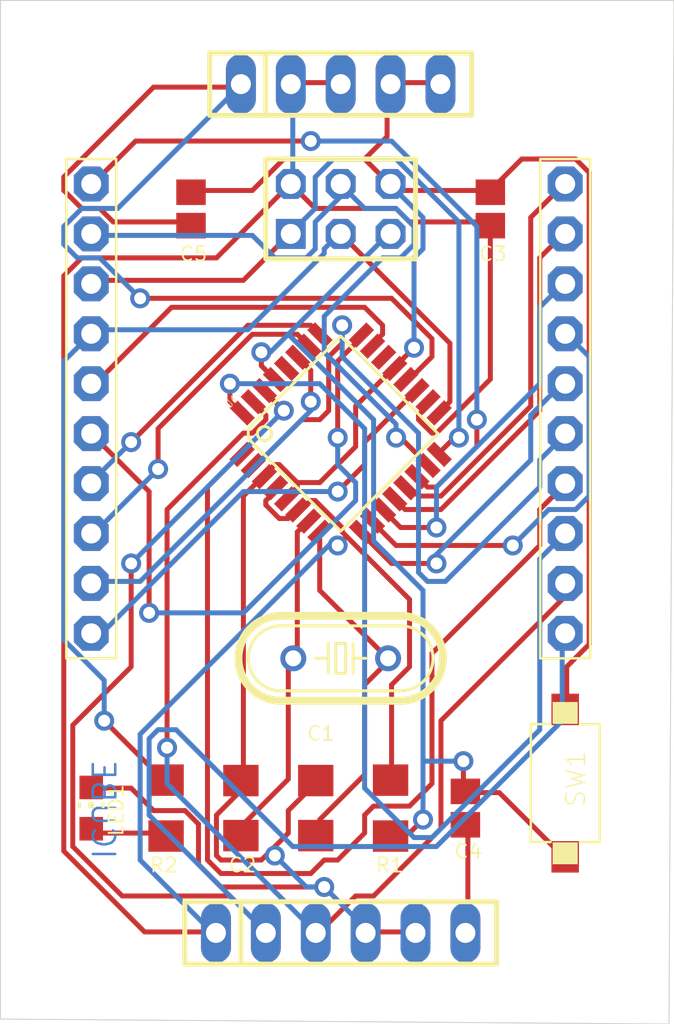
<source format=kicad_pcb>
(kicad_pcb (version 20211014) (generator pcbnew)
  (layers (0 "F.Cu" signal) (31 "B.Cu" signal) (34 "B.Paste" user) (35 "F.Paste" user) (36 "B.SilkS" user "B.Silkscreen") (37 "F.SilkS" user "F.Silkscreen") (38 "B.Mask" user) (39 "F.Mask" user) (44 "Edge.Cuts" user))
  (net 0 "")
  (net 1 "A0")
  (net 2 "A1")
  (net 3 "A2")
  (net 4 "A3")
  (net 5 "A4")
  (net 6 "A5")
  (net 7 "A6")
  (net 8 "A7")
  (net 9 "D0")
  (net 10 "D1")
  (net 11 "D2")
  (net 12 "D3")
  (net 13 "D4")
  (net 14 "D5")
  (net 15 "D6")
  (net 16 "D7")
  (net 17 "D8")
  (net 18 "D9")
  (net 19 "D10")
  (net 20 "D11")
  (net 21 "D12")
  (net 22 "D13")
  (net 23 "N$43")
  (net 24 "N$44")
  (net 25 "GND")
  (net 26 "VCC")
  (net 27 "RST")
  (net 28 "AREF")
  (net 29 "N$50")
  (net 30 "N$6")
  (footprint "TQFP32-08" (layer "F.Cu") (at 149.1461 101.0286 45)
    (fp_text reference "U1")
    (fp_text value "ATMEGA328")
  )
  (footprint "C0805" (layer "F.Cu") (at 156.7661 89.5986 90)
    (fp_text reference "C3")
    (fp_text value "0.1uF" hide)
  )
  (footprint "AVR-ISP-6" (layer "F.Cu") (at 149.1461 89.5986)
    (fp_text reference "JP1" hide)
    (fp_text value "AVR-ISP-6" hide)
  )
  (footprint "C0805" (layer "F.Cu") (at 155.4961 120.0786 90)
    (fp_text reference "C4")
    (fp_text value "0.1uF" hide)
  )
  (footprint "SIP-100-6V" (layer "F.Cu") (at 149.1461 126.4286)
    (fp_text reference "CN1" hide)
    (fp_text value "")
  )
  (footprint "C1206" (layer "F.Cu") (at 144.0661 120.0786 90)
    (fp_text reference "C2")
    (fp_text value "22pF" hide)
  )
  (footprint "SIP-100-5V" (layer "F.Cu") (at 149.1461 83.2486)
    (fp_text reference "CN2" hide)
    (fp_text value "")
  )
  (footprint "C1206" (layer "F.Cu") (at 147.8761 120.0786 90)
    (fp_text reference "C1")
    (fp_text value "22pF" hide)
  )
  (footprint "1X10-BIG" (layer "F.Cu") (at 160.5761 99.7586 90)
    (fp_text reference "U$1" hide)
    (fp_text value "PINHD-1X10" hide)
  )
  (footprint "1X10-BIG" (layer "F.Cu") (at 136.4461 99.7586 -90)
    (fp_text reference "U$2" hide)
    (fp_text value "PINHD-1X10" hide)
  )
  (footprint "R1206" (layer "F.Cu") (at 151.6861 120.0786 90)
    (fp_text reference "R1")
    (fp_text value "10K" hide)
  )
  (footprint "C0805" (layer "F.Cu") (at 141.5261 89.5986 90)
    (fp_text reference "C5")
    (fp_text value "0.1uF" hide)
  )
  (footprint "R1206" (layer "F.Cu") (at 140.2561 120.0786 90)
    (fp_text reference "R2")
    (fp_text value "1K" hide)
  )
  (footprint "CHIP-LED0805" (layer "F.Cu") (at 136.4461 120.0786)
    (fp_text reference "LED1")
    (fp_text value "Yellow" hide)
  )
  (footprint "HC49_S" (layer "F.Cu") (at 149.1461 112.4586 180)
    (fp_text reference "Q1" hide)
    (fp_text value "16MHz" hide)
  )
  (footprint "KSS-2EG4430" (layer "F.Cu") (at 160.5761 118.8086 -90)
    (fp_text reference "SW1")
    (fp_text value "KSS-2EG4430" hide)
  )
  (gr_line (start 131.826 130.81) (end 165.862 131.064) (layer "Edge.Cuts") (width 0.05))
  (gr_line (start 131.826 78.994) (end 131.826 79.502) (layer "Edge.Cuts") (width 0.05))
  (gr_line (start 166.116 78.994) (end 131.826 78.994) (layer "Edge.Cuts") (width 0.05))
  (gr_line (start 131.826 79.248) (end 131.826 130.81) (layer "Edge.Cuts") (width 0.05))
  (gr_line (start 165.862 131.064) (end 166.116 78.994) (layer "Edge.Cuts") (width 0.05))
  (gr_text "ICUBE" (at 137.7161 117.5386 -90) (layer "B.Cu") (effects (font (size 1.143 1.143) (thickness 0.127)) (justify right top mirror)))
  (segment (start 150.3653 94.6024) (end 151.2797 95.5168) (width 0.254) (layer "F.Cu") (net 1))
  (segment (start 140.5355 94.6024) (end 150.3653 94.6024) (width 0.254) (layer "F.Cu") (net 1))
  (segment (start 151.2797 95.5168) (end 151.2797 95.974) (width 0.254) (layer "F.Cu") (net 1))
  (segment (start 136.6493 98.4886) (end 136.4461 98.4886) (width 0.254) (layer "F.Cu") (net 1))
  (segment (start 151.2797 95.974) (end 150.8225 96.4312) (width 0.254) (layer "F.Cu") (net 1))
  (segment (start 136.6493 98.4886) (end 140.5355 94.6024) (width 0.254) (layer "F.Cu") (net 1))
  (segment (start 150.8225 96.4312) (end 150.767212 96.579063) (width 0.254) (layer "F.Cu") (net 1))
  (segment (start 136.4461 101.0286) (end 139.3925 103.975) (width 0.254) (layer "F.Cu") (net 2))
  (segment (start 148.9937 97.3456) (end 150.1367 96.2026) (width 0.254) (layer "F.Cu") (net 2))
  (segment (start 148.9937 101.2318) (end 148.9937 97.3456) (width 0.254) (layer "F.Cu") (net 2))
  (segment (start 150.1367 96.2026) (end 150.201525 96.013375) (width 0.254) (layer "F.Cu") (net 2))
  (segment (start 139.3925 103.975) (end 139.3925 110.1472) (width 0.254) (layer "F.Cu") (net 2))
  (via (at 139.3925 110.1472) (size 1.016) (drill 0.6096) (layers "F.Cu" "B.Cu") (net 2))
  (via (at 148.9937 101.2318) (size 1.016) (drill 0.6096) (layers "F.Cu" "B.Cu") (net 2))
  (segment (start 139.3925 110.1472) (end 144.1931 110.1472) (width 0.254) (layer "B.Cu") (net 2))
  (segment (start 144.1931 110.1472) (end 149.9081 104.4322) (width 0.254) (layer "B.Cu") (net 2))
  (segment (start 149.9081 104.4322) (end 149.9081 103.5178) (width 0.254) (layer "B.Cu") (net 2))
  (segment (start 149.9081 103.5178) (end 148.9937 102.6034) (width 0.254) (layer "B.Cu") (net 2))
  (segment (start 148.9937 102.6034) (end 148.9937 101.2318) (width 0.254) (layer "B.Cu") (net 2))
  (segment (start 147.6221 95.5168) (end 148.0793 95.974) (width 0.254) (layer "F.Cu") (net 3))
  (segment (start 138.4781 101.4604) (end 144.4217 95.5168) (width 0.254) (layer "F.Cu") (net 3))
  (segment (start 144.4217 95.5168) (end 147.6221 95.5168) (width 0.254) (layer "F.Cu") (net 3))
  (segment (start 148.0793 95.974) (end 148.090671 96.013375) (width 0.254) (layer "F.Cu") (net 3))
  (via (at 138.4781 101.4604) (size 1.016) (drill 0.6096) (layers "F.Cu" "B.Cu") (net 3))
  (segment (start 136.4207 103.5178) (end 136.4461 103.5686) (width 0.254) (layer "B.Cu") (net 3))
  (segment (start 136.4207 103.5178) (end 138.4781 101.4604) (width 0.254) (layer "B.Cu") (net 3))
  (segment (start 147.3935 96.4312) (end 147.524984 96.579063) (width 0.254) (layer "F.Cu") (net 4))
  (segment (start 146.9363 95.974) (end 147.3935 96.4312) (width 0.254) (layer "F.Cu") (net 4))
  (segment (start 139.8497 102.832) (end 139.8497 100.7746) (width 0.254) (layer "F.Cu") (net 4))
  (segment (start 144.6503 95.974) (end 146.9363 95.974) (width 0.254) (layer "F.Cu") (net 4))
  (segment (start 139.8497 100.7746) (end 144.6503 95.974) (width 0.254) (layer "F.Cu") (net 4))
  (via (at 139.8497 102.832) (size 1.016) (drill 0.6096) (layers "F.Cu" "B.Cu") (net 4))
  (segment (start 136.6493 106.0324) (end 139.8497 102.832) (width 0.254) (layer "B.Cu") (net 4))
  (segment (start 136.6493 106.0324) (end 136.4461 106.1086) (width 0.254) (layer "B.Cu") (net 4))
  (segment (start 147.6221 99.403) (end 147.6221 97.8028) (width 0.254) (layer "F.Cu") (net 5))
  (segment (start 147.6221 97.8028) (end 147.1649 97.3456) (width 0.254) (layer "F.Cu") (net 5))
  (segment (start 147.1649 97.3456) (end 146.9593 97.144747) (width 0.254) (layer "F.Cu") (net 5))
  (via (at 147.6221 99.403) (size 1.016) (drill 0.6096) (layers "F.Cu" "B.Cu") (net 5))
  (segment (start 138.9353 108.547) (end 147.6221 99.8602) (width 0.254) (layer "B.Cu") (net 5))
  (segment (start 136.6493 108.547) (end 138.9353 108.547) (width 0.254) (layer "B.Cu") (net 5))
  (segment (start 147.6221 99.8602) (end 147.6221 99.403) (width 0.254) (layer "B.Cu") (net 5))
  (segment (start 136.6493 108.547) (end 136.4461 108.6486) (width 0.254) (layer "B.Cu") (net 5))
  (segment (start 152.8799 98.9458) (end 153.029953 98.841804) (width 0.254) (layer "F.Cu") (net 6))
  (segment (start 148.9937 103.975) (end 150.3653 102.6034) (width 0.254) (layer "F.Cu") (net 6))
  (segment (start 150.3653 102.6034) (end 150.3653 101.4604) (width 0.254) (layer "F.Cu") (net 6))
  (segment (start 150.3653 101.4604) (end 152.8799 98.9458) (width 0.254) (layer "F.Cu") (net 6))
  (via (at 148.9937 103.975) (size 1.016) (drill 0.6096) (layers "F.Cu" "B.Cu") (net 6))
  (segment (start 136.6493 111.0616) (end 136.4461 111.1886) (width 0.254) (layer "B.Cu") (net 6))
  (segment (start 137.1065 111.0616) (end 144.1931 103.975) (width 0.254) (layer "B.Cu") (net 6))
  (segment (start 144.1931 103.975) (end 148.9937 103.975) (width 0.254) (layer "B.Cu") (net 6))
  (segment (start 136.6493 111.0616) (end 137.1065 111.0616) (width 0.254) (layer "B.Cu") (net 6))
  (segment (start 146.2505 99.8602) (end 145.3361 98.9458) (width 0.254) (layer "F.Cu") (net 9))
  (segment (start 145.3361 98.9458) (end 145.262243 98.841804) (width 0.254) (layer "F.Cu") (net 9))
  (segment (start 145.3361 126.3778) (end 143.5073 124.549) (width 0.254) (layer "F.Cu") (net 9))
  (segment (start 138.0209 124.549) (end 135.5063 122.0344) (width 0.254) (layer "F.Cu") (net 9))
  (segment (start 145.3361 126.3778) (end 145.3361 126.4286) (width 0.254) (layer "F.Cu") (net 9))
  (segment (start 138.4781 112.8904) (end 138.4781 107.6326) (width 0.254) (layer "F.Cu") (net 9))
  (segment (start 135.5063 122.0344) (end 135.5063 115.8622) (width 0.254) (layer "F.Cu") (net 9))
  (segment (start 143.5073 124.549) (end 138.0209 124.549) (width 0.254) (layer "F.Cu") (net 9))
  (segment (start 135.5063 115.8622) (end 138.4781 112.8904) (width 0.254) (layer "F.Cu") (net 9))
  (via (at 138.4781 107.6326) (size 1.016) (drill 0.6096) (layers "F.Cu" "B.Cu") (net 9))
  (via (at 146.2505 99.8602) (size 1.016) (drill 0.6096) (layers "F.Cu" "B.Cu") (net 9))
  (segment (start 154.0229 122.0344) (end 160.4237 115.6336) (width 0.254) (layer "B.Cu") (net 9))
  (segment (start 139.8497 116.0908) (end 140.7641 116.0908) (width 0.254) (layer "B.Cu") (net 9))
  (segment (start 139.3925 120.4342) (end 139.3925 116.548) (width 0.254) (layer "B.Cu") (net 9))
  (segment (start 139.3925 116.548) (end 139.8497 116.0908) (width 0.254) (layer "B.Cu") (net 9))
  (segment (start 145.3361 126.3778) (end 139.3925 120.4342) (width 0.254) (layer "B.Cu") (net 9))
  (segment (start 145.3361 126.3778) (end 145.3361 126.4286) (width 0.254) (layer "B.Cu") (net 9))
  (segment (start 140.7641 116.0908) (end 146.7077 122.0344) (width 0.254) (layer "B.Cu") (net 9))
  (segment (start 160.4237 111.2902) (end 160.5761 111.1886) (width 0.254) (layer "B.Cu") (net 9))
  (segment (start 160.4237 115.6336) (end 160.4237 111.2902) (width 0.254) (layer "B.Cu") (net 9))
  (segment (start 146.7077 122.0344) (end 154.0229 122.0344) (width 0.254) (layer "B.Cu") (net 9))
  (segment (start 138.4781 107.6326) (end 146.2505 99.8602) (width 0.254) (layer "B.Cu") (net 9))
  (segment (start 144.6503 101.0032) (end 145.3361 100.3174) (width 0.254) (layer "F.Cu") (net 10))
  (segment (start 145.3361 100.0888) (end 144.8789 99.6316) (width 0.254) (layer "F.Cu") (net 10))
  (segment (start 148.0793 126.3778) (end 149.9081 124.549) (width 0.254) (layer "F.Cu") (net 10))
  (segment (start 149.9081 124.549) (end 150.8225 124.549) (width 0.254) (layer "F.Cu") (net 10))
  (segment (start 140.3069 104.8894) (end 144.1931 101.0032) (width 0.254) (layer "F.Cu") (net 10))
  (segment (start 145.3361 100.3174) (end 145.3361 100.0888) (width 0.254) (layer "F.Cu") (net 10))
  (segment (start 140.3069 117.0052) (end 140.3069 104.8894) (width 0.254) (layer "F.Cu") (net 10))
  (segment (start 144.1931 101.0032) (end 144.6503 101.0032) (width 0.254) (layer "F.Cu") (net 10))
  (segment (start 154.2515 115.6336) (end 160.4237 109.4614) (width 0.254) (layer "F.Cu") (net 10))
  (segment (start 144.8789 99.6316) (end 144.696559 99.407488) (width 0.254) (layer "F.Cu") (net 10))
  (segment (start 148.0793 126.3778) (end 147.8761 126.4286) (width 0.254) (layer "F.Cu") (net 10))
  (segment (start 154.2515 121.12) (end 154.2515 115.6336) (width 0.254) (layer "F.Cu") (net 10))
  (segment (start 150.8225 124.549) (end 154.2515 121.12) (width 0.254) (layer "F.Cu") (net 10))
  (segment (start 160.4237 108.7756) (end 160.5761 108.6486) (width 0.254) (layer "F.Cu") (net 10))
  (segment (start 160.4237 109.4614) (end 160.4237 108.7756) (width 0.254) (layer "F.Cu") (net 10))
  (via (at 140.3069 117.0052) (size 1.016) (drill 0.6096) (layers "F.Cu" "B.Cu") (net 10))
  (segment (start 140.3069 118.834) (end 140.3069 117.0052) (width 0.254) (layer "B.Cu") (net 10))
  (segment (start 147.8507 126.3778) (end 140.3069 118.834) (width 0.254) (layer "B.Cu") (net 10))
  (segment (start 147.8507 126.3778) (end 147.8761 126.4286) (width 0.254) (layer "B.Cu") (net 10))
  (segment (start 143.9645 99.8602) (end 144.130871 99.973175) (width 0.254) (layer "F.Cu") (net 11))
  (segment (start 143.5073 98.4886) (end 143.5073 99.403) (width 0.254) (layer "F.Cu") (net 11))
  (segment (start 143.5073 99.403) (end 143.9645 99.8602) (width 0.254) (layer "F.Cu") (net 11))
  (via (at 143.5073 98.4886) (size 1.016) (drill 0.6096) (layers "F.Cu" "B.Cu") (net 11))
  (segment (start 153.7943 121.5772) (end 152.8799 121.5772) (width 0.254) (layer "B.Cu") (net 11))
  (segment (start 159.2807 107.404) (end 159.2807 116.0908) (width 0.254) (layer "B.Cu") (net 11))
  (segment (start 159.2807 116.0908) (end 153.7943 121.5772) (width 0.254) (layer "B.Cu") (net 11))
  (segment (start 160.5761 106.1086) (end 159.2807 107.404) (width 0.254) (layer "B.Cu") (net 11))
  (segment (start 150.3653 119.0626) (end 150.3653 100.7746) (width 0.254) (layer "B.Cu") (net 11))
  (segment (start 152.8799 121.5772) (end 150.3653 119.0626) (width 0.254) (layer "B.Cu") (net 11))
  (segment (start 148.0793 98.4886) (end 143.5073 98.4886) (width 0.254) (layer "B.Cu") (net 11))
  (segment (start 150.3653 100.7746) (end 148.0793 98.4886) (width 0.254) (layer "B.Cu") (net 11))
  (segment (start 159.2807 104.8894) (end 159.2807 106.7182) (width 0.254) (layer "F.Cu") (net 12))
  (segment (start 160.4237 103.7464) (end 159.2807 104.8894) (width 0.254) (layer "F.Cu") (net 12))
  (segment (start 159.2807 106.7182) (end 153.7943 112.2046) (width 0.254) (layer "F.Cu") (net 12))
  (segment (start 160.4237 103.7464) (end 160.5761 103.5686) (width 0.254) (layer "F.Cu") (net 12))
  (segment (start 147.6221 123.406) (end 143.0501 123.406) (width 0.254) (layer "F.Cu") (net 12))
  (segment (start 150.3653 120.4342) (end 150.3653 121.3486) (width 0.254) (layer "F.Cu") (net 12))
  (segment (start 152.6513 119.977) (end 150.8225 119.977) (width 0.254) (layer "F.Cu") (net 12))
  (segment (start 153.7943 112.2046) (end 153.7943 118.834) (width 0.254) (layer "F.Cu") (net 12))
  (segment (start 142.3643 103.7464) (end 143.9645 102.1462) (width 0.254) (layer "F.Cu") (net 12))
  (segment (start 150.3653 121.3486) (end 148.9937 122.7202) (width 0.254) (layer "F.Cu") (net 12))
  (segment (start 148.9937 122.7202) (end 148.3079 122.7202) (width 0.254) (layer "F.Cu") (net 12))
  (segment (start 148.3079 122.7202) (end 147.6221 123.406) (width 0.254) (layer "F.Cu") (net 12))
  (segment (start 143.0501 123.406) (end 142.3643 122.7202) (width 0.254) (layer "F.Cu") (net 12))
  (segment (start 150.8225 119.977) (end 150.3653 120.4342) (width 0.254) (layer "F.Cu") (net 12))
  (segment (start 153.7943 118.834) (end 152.6513 119.977) (width 0.254) (layer "F.Cu") (net 12))
  (segment (start 142.3643 122.7202) (end 142.3643 103.7464) (width 0.254) (layer "F.Cu") (net 12))
  (segment (start 143.9645 102.1462) (end 144.130871 102.084029) (width 0.254) (layer "F.Cu") (net 12))
  (segment (start 149.2223 96.4312) (end 148.5365 97.117) (width 0.254) (layer "F.Cu") (net 13))
  (segment (start 148.0793 100.3174) (end 147.1649 100.3174) (width 0.254) (layer "F.Cu") (net 13))
  (segment (start 148.5365 97.117) (end 148.5365 99.8602) (width 0.254) (layer "F.Cu") (net 13))
  (segment (start 144.8789 102.6034) (end 144.696559 102.649716) (width 0.254) (layer "F.Cu") (net 13))
  (segment (start 147.1649 100.3174) (end 144.8789 102.6034) (width 0.254) (layer "F.Cu") (net 13))
  (segment (start 148.5365 99.8602) (end 148.0793 100.3174) (width 0.254) (layer "F.Cu") (net 13))
  (segment (start 149.2223 95.5168) (end 149.2223 96.4312) (width 0.254) (layer "F.Cu") (net 13))
  (via (at 149.2223 95.5168) (size 1.016) (drill 0.6096) (layers "F.Cu" "B.Cu") (net 13))
  (segment (start 154.4801 108.547) (end 153.5657 108.547) (width 0.254) (layer "B.Cu") (net 13))
  (segment (start 153.1085 108.0898) (end 153.1085 101.0032) (width 0.254) (layer "B.Cu") (net 13))
  (segment (start 149.2223 97.117) (end 149.2223 95.5168) (width 0.254) (layer "B.Cu") (net 13))
  (segment (start 153.1085 101.0032) (end 149.2223 97.117) (width 0.254) (layer "B.Cu") (net 13))
  (segment (start 159.2807 103.7464) (end 154.4801 108.547) (width 0.254) (layer "B.Cu") (net 13))
  (segment (start 153.5657 108.547) (end 153.1085 108.0898) (width 0.254) (layer "B.Cu") (net 13))
  (segment (start 159.2807 102.3748) (end 159.2807 103.7464) (width 0.254) (layer "B.Cu") (net 13))
  (segment (start 160.4237 101.2318) (end 160.5761 101.0286) (width 0.254) (layer "B.Cu") (net 13))
  (segment (start 160.4237 101.2318) (end 159.2807 102.3748) (width 0.254) (layer "B.Cu") (net 13))
  (segment (start 151.7369 107.6326) (end 150.3653 106.261) (width 0.254) (layer "F.Cu") (net 14))
  (segment (start 154.0229 107.6326) (end 151.7369 107.6326) (width 0.254) (layer "F.Cu") (net 14))
  (segment (start 150.3653 106.261) (end 150.201525 106.043829) (width 0.254) (layer "F.Cu") (net 14))
  (via (at 154.0229 107.6326) (size 1.016) (drill 0.6096) (layers "F.Cu" "B.Cu") (net 14))
  (segment (start 160.4237 98.4886) (end 160.5761 98.4886) (width 0.254) (layer "B.Cu") (net 14))
  (segment (start 154.0229 107.1754) (end 154.0229 107.6326) (width 0.254) (layer "B.Cu") (net 14))
  (segment (start 160.4237 98.4886) (end 158.8235 100.0888) (width 0.254) (layer "B.Cu") (net 14))
  (segment (start 158.8235 100.0888) (end 158.8235 102.3748) (width 0.254) (layer "B.Cu") (net 14))
  (segment (start 158.8235 102.3748) (end 154.0229 107.1754) (width 0.254) (layer "B.Cu") (net 14))
  (segment (start 150.8225 105.5752) (end 150.767212 105.478141) (width 0.254) (layer "F.Cu") (net 15))
  (segment (start 151.9655 106.7182) (end 150.8225 105.5752) (width 0.254) (layer "F.Cu") (net 15))
  (segment (start 157.9091 106.7182) (end 151.9655 106.7182) (width 0.254) (layer "F.Cu") (net 15))
  (via (at 157.9091 106.7182) (size 1.016) (drill 0.6096) (layers "F.Cu" "B.Cu") (net 15))
  (segment (start 160.6523 95.974) (end 161.7953 97.117) (width 0.254) (layer "B.Cu") (net 15))
  (segment (start 160.6523 95.974) (end 160.5761 95.9486) (width 0.254) (layer "B.Cu") (net 15))
  (segment (start 159.7379 104.8894) (end 157.9091 106.7182) (width 0.254) (layer "B.Cu") (net 15))
  (segment (start 161.7953 104.2036) (end 161.1095 104.8894) (width 0.254) (layer "B.Cu") (net 15))
  (segment (start 161.1095 104.8894) (end 159.7379 104.8894) (width 0.254) (layer "B.Cu") (net 15))
  (segment (start 161.7953 97.117) (end 161.7953 104.2036) (width 0.254) (layer "B.Cu") (net 15))
  (segment (start 152.1941 105.8038) (end 151.5083 105.118) (width 0.254) (layer "F.Cu") (net 16))
  (segment (start 154.0229 105.8038) (end 152.1941 105.8038) (width 0.254) (layer "F.Cu") (net 16))
  (segment (start 151.5083 105.118) (end 151.332896 104.912457) (width 0.254) (layer "F.Cu") (net 16))
  (via (at 154.0229 105.8038) (size 1.016) (drill 0.6096) (layers "F.Cu" "B.Cu") (net 16))
  (segment (start 159.2807 94.6024) (end 159.2807 98.4886) (width 0.254) (layer "B.Cu") (net 16))
  (segment (start 154.0229 103.7464) (end 154.0229 105.8038) (width 0.254) (layer "B.Cu") (net 16))
  (segment (start 159.2807 98.4886) (end 154.0229 103.7464) (width 0.254) (layer "B.Cu") (net 16))
  (segment (start 160.4237 93.4594) (end 159.2807 94.6024) (width 0.254) (layer "B.Cu") (net 16))
  (segment (start 160.4237 93.4594) (end 160.5761 93.4086) (width 0.254) (layer "B.Cu") (net 16))
  (segment (start 159.2807 99.8602) (end 154.2515 104.8894) (width 0.254) (layer "F.Cu") (net 17))
  (segment (start 160.4237 90.9448) (end 160.5761 90.8686) (width 0.254) (layer "F.Cu") (net 17))
  (segment (start 159.2807 92.0878) (end 159.2807 99.8602) (width 0.254) (layer "F.Cu") (net 17))
  (segment (start 152.4227 104.8894) (end 151.9655 104.4322) (width 0.254) (layer "F.Cu") (net 17))
  (segment (start 160.4237 90.9448) (end 159.2807 92.0878) (width 0.254) (layer "F.Cu") (net 17))
  (segment (start 154.2515 104.8894) (end 152.4227 104.8894) (width 0.254) (layer "F.Cu") (net 17))
  (segment (start 151.9655 104.4322) (end 151.898581 104.346772) (width 0.254) (layer "F.Cu") (net 17))
  (segment (start 158.8235 99.6316) (end 154.2515 104.2036) (width 0.254) (layer "F.Cu") (net 18))
  (segment (start 152.8799 103.975) (end 152.6513 103.975) (width 0.254) (layer "F.Cu") (net 18))
  (segment (start 154.2515 104.2036) (end 153.1085 104.2036) (width 0.254) (layer "F.Cu") (net 18))
  (segment (start 152.6513 103.975) (end 152.464268 103.781085) (width 0.254) (layer "F.Cu") (net 18))
  (segment (start 160.4237 88.4302) (end 158.8235 90.0304) (width 0.254) (layer "F.Cu") (net 18))
  (segment (start 153.1085 104.2036) (end 152.8799 103.975) (width 0.254) (layer "F.Cu") (net 18))
  (segment (start 158.8235 90.0304) (end 158.8235 99.6316) (width 0.254) (layer "F.Cu") (net 18))
  (segment (start 160.4237 88.4302) (end 160.5761 88.3286) (width 0.254) (layer "F.Cu") (net 18))
  (segment (start 153.5657 103.7464) (end 153.1085 103.2892) (width 0.254) (layer "F.Cu") (net 19))
  (segment (start 156.0803 101.689) (end 154.0229 103.7464) (width 0.254) (layer "F.Cu") (net 19))
  (segment (start 136.6493 88.2016) (end 138.7067 86.1442) (width 0.254) (layer "F.Cu") (net 19))
  (segment (start 138.7067 86.1442) (end 147.6221 86.1442) (width 0.254) (layer "F.Cu") (net 19))
  (segment (start 136.6493 88.2016) (end 136.4461 88.3286) (width 0.254) (layer "F.Cu") (net 19))
  (segment (start 154.0229 103.7464) (end 153.5657 103.7464) (width 0.254) (layer "F.Cu") (net 19))
  (segment (start 156.0803 100.3174) (end 156.0803 101.689) (width 0.254) (layer "F.Cu") (net 19))
  (segment (start 153.1085 103.2892) (end 153.029953 103.2154) (width 0.254) (layer "F.Cu") (net 19))
  (via (at 147.6221 86.1442) (size 1.016) (drill 0.6096) (layers "F.Cu" "B.Cu") (net 19))
  (via (at 156.0803 100.3174) (size 1.016) (drill 0.6096) (layers "F.Cu" "B.Cu") (net 19))
  (segment (start 151.7369 86.1442) (end 156.0803 90.4876) (width 0.254) (layer "B.Cu") (net 19))
  (segment (start 147.6221 86.1442) (end 151.7369 86.1442) (width 0.254) (layer "B.Cu") (net 19))
  (segment (start 156.0803 90.4876) (end 156.0803 100.3174) (width 0.254) (layer "B.Cu") (net 19))
  (segment (start 151.9655 101.2318) (end 152.1941 101.2318) (width 0.254) (layer "F.Cu") (net 20))
  (segment (start 152.1941 101.2318) (end 153.5657 102.6034) (width 0.254) (layer "F.Cu") (net 20))
  (segment (start 153.5657 102.6034) (end 153.595637 102.649716) (width 0.254) (layer "F.Cu") (net 20))
  (via (at 151.9655 101.2318) (size 1.016) (drill 0.6096) (layers "F.Cu" "B.Cu") (net 20))
  (segment (start 151.9655 100.546) (end 151.9655 101.2318) (width 0.254) (layer "B.Cu") (net 20))
  (segment (start 149.2223 88.4302) (end 149.4509 88.6588) (width 0.254) (layer "B.Cu") (net 20))
  (segment (start 149.4509 88.6588) (end 147.8507 90.259) (width 0.254) (layer "B.Cu") (net 20))
  (segment (start 152.8799 91.402) (end 152.1941 92.0878) (width 0.254) (layer "B.Cu") (net 20))
  (segment (start 152.1941 92.0878) (end 151.2797 92.0878) (width 0.254) (layer "B.Cu") (net 20))
  (segment (start 148.3079 95.0596) (end 148.3079 96.8884) (width 0.254) (layer "B.Cu") (net 20))
  (segment (start 147.8507 90.259) (end 147.8507 91.6306) (width 0.254) (layer "B.Cu") (net 20))
  (segment (start 136.6493 90.9448) (end 136.4461 90.8686) (width 0.254) (layer "B.Cu") (net 20))
  (segment (start 149.4509 88.6588) (end 150.3653 89.5732) (width 0.254) (layer "B.Cu") (net 20))
  (segment (start 149.2223 88.4302) (end 149.1461 88.3286) (width 0.254) (layer "B.Cu") (net 20))
  (segment (start 151.9655 89.5732) (end 152.8799 90.4876) (width 0.254) (layer "B.Cu") (net 20))
  (segment (start 147.3935 92.0878) (end 145.7933 92.0878) (width 0.254) (layer "B.Cu") (net 20))
  (segment (start 147.8507 91.6306) (end 147.3935 92.0878) (width 0.254) (layer "B.Cu") (net 20))
  (segment (start 152.8799 90.4876) (end 152.8799 91.402) (width 0.254) (layer "B.Cu") (net 20))
  (segment (start 151.2797 92.0878) (end 148.3079 95.0596) (width 0.254) (layer "B.Cu") (net 20))
  (segment (start 148.3079 96.8884) (end 151.9655 100.546) (width 0.254) (layer "B.Cu") (net 20))
  (segment (start 149.4509 88.6588) (end 149.1461 88.3286) (width 0.254) (layer "B.Cu") (net 20))
  (segment (start 145.7933 92.0878) (end 144.6503 90.9448) (width 0.254) (layer "B.Cu") (net 20))
  (segment (start 144.6503 90.9448) (end 136.6493 90.9448) (width 0.254) (layer "B.Cu") (net 20))
  (segment (start 150.3653 89.5732) (end 151.9655 89.5732) (width 0.254) (layer "B.Cu") (net 20))
  (segment (start 144.1931 93.2308) (end 136.6493 93.2308) (width 0.254) (layer "F.Cu") (net 21))
  (segment (start 155.1659 101.2318) (end 154.9373 101.2318) (width 0.254) (layer "F.Cu") (net 21))
  (segment (start 154.9373 101.2318) (end 154.2515 101.9176) (width 0.254) (layer "F.Cu") (net 21))
  (segment (start 154.2515 101.9176) (end 154.161325 102.084029) (width 0.254) (layer "F.Cu") (net 21))
  (segment (start 136.6493 93.2308) (end 136.4461 93.4086) (width 0.254) (layer "F.Cu") (net 21))
  (segment (start 146.4791 90.9448) (end 144.1931 93.2308) (width 0.254) (layer "F.Cu") (net 21))
  (segment (start 146.4791 90.9448) (end 146.6061 90.8686) (width 0.254) (layer "F.Cu") (net 21))
  (via (at 155.1659 101.2318) (size 1.016) (drill 0.6096) (layers "F.Cu" "B.Cu") (net 21))
  (segment (start 146.7077 90.7162) (end 146.6061 90.8686) (width 0.254) (layer "B.Cu") (net 21))
  (segment (start 146.7077 90.7162) (end 147.8507 89.5732) (width 0.254) (layer "B.Cu") (net 21))
  (segment (start 151.9655 87.0586) (end 155.1659 90.259) (width 0.254) (layer "B.Cu") (net 21))
  (segment (start 147.8507 89.5732) (end 147.8507 87.973) (width 0.254) (layer "B.Cu") (net 21))
  (segment (start 155.1659 90.259) (end 155.1659 101.2318) (width 0.254) (layer "B.Cu") (net 21))
  (segment (start 148.7651 87.0586) (end 151.9655 87.0586) (width 0.254) (layer "B.Cu") (net 21))
  (segment (start 147.8507 87.973) (end 148.7651 87.0586) (width 0.254) (layer "B.Cu") (net 21))
  (segment (start 137.1065 115.6336) (end 140.0783 118.6054) (width 0.254) (layer "F.Cu") (net 22))
  (segment (start 149.1461 90.8686) (end 154.7087 96.4312) (width 0.254) (layer "F.Cu") (net 22))
  (segment (start 154.2515 99.8602) (end 154.161325 99.973175) (width 0.254) (layer "F.Cu") (net 22))
  (segment (start 140.0783 118.6054) (end 140.2561 118.6566) (width 0.254) (layer "F.Cu") (net 22))
  (segment (start 154.7087 96.4312) (end 154.7087 99.403) (width 0.254) (layer "F.Cu") (net 22))
  (segment (start 154.7087 99.403) (end 154.2515 99.8602) (width 0.254) (layer "F.Cu") (net 22))
  (via (at 137.1065 115.6336) (size 1.016) (drill 0.6096) (layers "F.Cu" "B.Cu") (net 22))
  (segment (start 148.3079 91.6306) (end 148.9937 90.9448) (width 0.254) (layer "B.Cu") (net 22))
  (segment (start 136.4461 95.9486) (end 135.0491 97.3456) (width 0.254) (layer "B.Cu") (net 22))
  (segment (start 137.1065 113.5762) (end 137.1065 115.6336) (width 0.254) (layer "B.Cu") (net 22))
  (segment (start 136.6493 95.7454) (end 136.4461 95.9486) (width 0.254) (layer "B.Cu") (net 22))
  (segment (start 135.0491 111.5188) (end 137.1065 113.5762) (width 0.254) (layer "B.Cu") (net 22))
  (segment (start 144.4217 95.7454) (end 148.3079 91.8592) (width 0.254) (layer "B.Cu") (net 22))
  (segment (start 148.3079 91.8592) (end 148.3079 91.6306) (width 0.254) (layer "B.Cu") (net 22))
  (segment (start 136.6493 95.7454) (end 144.4217 95.7454) (width 0.254) (layer "B.Cu") (net 22))
  (segment (start 148.9937 90.9448) (end 149.1461 90.8686) (width 0.254) (layer "B.Cu") (net 22))
  (segment (start 135.0491 97.3456) (end 135.0491 111.5188) (width 0.254) (layer "B.Cu") (net 22))
  (segment (start 144.1931 120.8914) (end 144.1931 121.3486) (width 0.254) (layer "F.Cu") (net 23))
  (segment (start 146.7077 112.6618) (end 146.7331 112.4586) (width 0.254) (layer "F.Cu") (net 23))
  (segment (start 146.7077 112.6618) (end 146.4791 112.8904) (width 0.254) (layer "F.Cu") (net 23))
  (segment (start 146.9363 106.0324) (end 147.3935 105.5752) (width 0.254) (layer "F.Cu") (net 23))
  (segment (start 146.4791 112.8904) (end 146.4791 118.6054) (width 0.254) (layer "F.Cu") (net 23))
  (segment (start 146.4791 118.6054) (end 144.1931 120.8914) (width 0.254) (layer "F.Cu") (net 23))
  (segment (start 147.3935 105.5752) (end 147.524984 105.478141) (width 0.254) (layer "F.Cu") (net 23))
  (segment (start 146.9363 112.4332) (end 146.7331 112.4586) (width 0.254) (layer "F.Cu") (net 23))
  (segment (start 144.1931 121.3486) (end 144.0661 121.4786) (width 0.254) (layer "F.Cu") (net 23))
  (segment (start 146.9363 112.4332) (end 146.9363 106.0324) (width 0.254) (layer "F.Cu") (net 23))
  (segment (start 151.5083 112.4332) (end 151.5591 112.4586) (width 0.254) (layer "F.Cu") (net 24))
  (segment (start 148.0793 109.0042) (end 148.0793 106.261) (width 0.254) (layer "F.Cu") (net 24))
  (segment (start 148.0793 120.6628) (end 148.0793 121.3486) (width 0.254) (layer "F.Cu") (net 24))
  (segment (start 151.5083 112.4332) (end 148.0793 109.0042) (width 0.254) (layer "F.Cu") (net 24))
  (segment (start 151.5083 112.6618) (end 150.3653 113.8048) (width 0.254) (layer "F.Cu") (net 24))
  (segment (start 151.5083 112.6618) (end 151.5591 112.4586) (width 0.254) (layer "F.Cu") (net 24))
  (segment (start 148.0793 121.3486) (end 147.8761 121.4786) (width 0.254) (layer "F.Cu") (net 24))
  (segment (start 150.3653 118.3768) (end 148.0793 120.6628) (width 0.254) (layer "F.Cu") (net 24))
  (segment (start 148.0793 106.261) (end 148.090671 106.043829) (width 0.254) (layer "F.Cu") (net 24))
  (segment (start 150.3653 113.8048) (end 150.3653 118.3768) (width 0.254) (layer "F.Cu") (net 24))
  (segment (start 142.8215 122.4916) (end 142.8215 120.4342) (width 0.254) (layer "F.Cu") (net 25))
  (segment (start 160.6523 114.9478) (end 160.5761 115.0586) (width 0.254) (layer "F.Cu") (net 25))
  (segment (start 146.4791 104.2036) (end 146.9363 103.7464) (width 0.254) (layer "F.Cu") (net 25))
  (segment (start 141.2213 120.2056) (end 139.6211 120.2056) (width 0.254) (layer "F.Cu") (net 25))
  (segment (start 152.8799 96.6598) (end 151.9655 97.5742) (width 0.254) (layer "F.Cu") (net 25))
  (segment (start 141.6785 88.6588) (end 141.5261 88.7486) (width 0.254) (layer "F.Cu") (net 25))
  (segment (start 144.1931 118.6054) (end 144.0661 118.6786) (width 0.254) (layer "F.Cu") (net 25))
  (segment (start 151.9655 97.5742) (end 151.898581 97.710432) (width 0.254) (layer "F.Cu") (net 25))
  (segment (start 151.5083 83.401) (end 151.6861 83.2486) (width 0.254) (layer "F.Cu") (net 25))
  (segment (start 154.0229 83.1724) (end 154.2261 83.2486) (width 0.254) (layer "F.Cu") (net 25))
  (segment (start 145.1075 103.2892) (end 144.1931 104.2036) (width 0.254) (layer "F.Cu") (net 25))
  (segment (start 151.7369 83.1724) (end 151.6861 83.2486) (width 0.254) (layer "F.Cu") (net 25))
  (segment (start 151.7369 88.4302) (end 151.6861 88.3286) (width 0.254) (layer "F.Cu") (net 25))
  (segment (start 146.0219 102.6034) (end 145.7933 102.6034) (width 0.254) (layer "F.Cu") (net 25))
  (segment (start 141.9071 120.8914) (end 141.2213 120.2056) (width 0.254) (layer "F.Cu") (net 25))
  (segment (start 145.1075 122.7202) (end 143.0501 122.7202) (width 0.254) (layer "F.Cu") (net 25))
  (segment (start 144.6503 88.6588) (end 141.6785 88.6588) (width 0.254) (layer "F.Cu") (net 25))
  (segment (start 143.9645 119.2912) (end 143.9645 118.834) (width 0.254) (layer "F.Cu") (net 25))
  (segment (start 150.3653 87.0586) (end 151.5083 85.9156) (width 0.254) (layer "F.Cu") (net 25))
  (segment (start 151.9655 88.6588) (end 156.7661 88.6588) (width 0.254) (layer "F.Cu") (net 25))
  (segment (start 139.6211 120.2056) (end 138.4781 119.0626) (width 0.254) (layer "F.Cu") (net 25))
  (segment (start 141.9071 122.9488) (end 141.9071 120.8914) (width 0.254) (layer "F.Cu") (net 25))
  (segment (start 144.1931 104.2036) (end 144.1931 118.6054) (width 0.254) (layer "F.Cu") (net 25))
  (segment (start 147.8507 118.834) (end 146.4791 120.2056) (width 0.254) (layer "F.Cu") (net 25))
  (segment (start 138.4781 119.0626) (end 136.6493 119.0626) (width 0.254) (layer "F.Cu") (net 25))
  (segment (start 151.5083 88.2016) (end 151.6861 88.3286) (width 0.254) (layer "F.Cu") (net 25))
  (segment (start 145.7933 102.6034) (end 145.3361 103.0606) (width 0.254) (layer "F.Cu") (net 25))
  (segment (start 149.9081 101.689) (end 149.9081 99.6316) (width 0.254) (layer "F.Cu") (net 25))
  (segment (start 160.6523 112.8904) (end 160.6523 114.9478) (width 0.254) (layer "F.Cu") (net 25))
  (segment (start 145.5647 122.263) (end 145.1075 122.7202) (width 0.254) (layer "F.Cu") (net 25))
  (segment (start 161.7953 87.7444) (end 161.7953 111.7474) (width 0.254) (layer "F.Cu") (net 25))
  (segment (start 146.4791 120.2056) (end 146.4791 121.3486) (width 0.254) (layer "F.Cu") (net 25))
  (segment (start 145.5647 122.263) (end 145.7933 122.4916) (width 0.254) (layer "F.Cu") (net 25))
  (segment (start 150.5939 126.3778) (end 150.4161 126.4286) (width 0.254) (layer "F.Cu") (net 25))
  (segment (start 148.3079 124.0918) (end 143.0501 124.0918) (width 0.254) (layer "F.Cu") (net 25))
  (segment (start 146.2505 87.0586) (end 144.6503 88.6588) (width 0.254) (layer "F.Cu") (net 25))
  (segment (start 142.8215 120.4342) (end 143.9645 119.2912) (width 0.254) (layer "F.Cu") (net 25))
  (segment (start 146.4791 104.2036) (end 146.393615 104.346772) (width 0.254) (layer "F.Cu") (net 25))
  (segment (start 145.1075 103.2892) (end 145.262243 103.2154) (width 0.254) (layer "F.Cu") (net 25))
  (segment (start 143.0501 124.0918) (end 141.9071 122.9488) (width 0.254) (layer "F.Cu") (net 25))
  (segment (start 146.9363 103.5178) (end 146.0219 102.6034) (width 0.254) (layer "F.Cu") (net 25))
  (segment (start 151.7369 97.8028) (end 151.898581 97.710432) (width 0.254) (layer "F.Cu") (net 25))
  (segment (start 146.9363 103.7464) (end 146.9363 103.5178) (width 0.254) (layer "F.Cu") (net 25))
  (segment (start 161.7953 111.7474) (end 160.6523 112.8904) (width 0.254) (layer "F.Cu") (net 25))
  (segment (start 149.9081 99.6316) (end 151.7369 97.8028) (width 0.254) (layer "F.Cu") (net 25))
  (segment (start 147.8507 118.834) (end 147.8761 118.6786) (width 0.254) (layer "F.Cu") (net 25))
  (segment (start 156.7661 88.6588) (end 158.3663 87.0586) (width 0.254) (layer "F.Cu") (net 25))
  (segment (start 151.5083 85.9156) (end 151.5083 83.401) (width 0.254) (layer "F.Cu") (net 25))
  (segment (start 156.7661 88.6588) (end 156.7661 88.7486) (width 0.254) (layer "F.Cu") (net 25))
  (segment (start 150.5939 126.3778) (end 152.8799 126.3778) (width 0.254) (layer "F.Cu") (net 25))
  (segment (start 152.8799 126.3778) (end 152.9561 126.4286) (width 0.254) (layer "F.Cu") (net 25))
  (segment (start 161.1095 87.0586) (end 161.7953 87.7444) (width 0.254) (layer "F.Cu") (net 25))
  (segment (start 143.0501 122.7202) (end 142.8215 122.4916) (width 0.254) (layer "F.Cu") (net 25))
  (segment (start 145.3361 103.0606) (end 145.262243 103.2154) (width 0.254) (layer "F.Cu") (net 25))
  (segment (start 148.0793 103.5178) (end 149.9081 101.689) (width 0.254) (layer "F.Cu") (net 25))
  (segment (start 151.7369 88.4302) (end 151.9655 88.6588) (width 0.254) (layer "F.Cu") (net 25))
  (segment (start 143.9645 118.834) (end 144.0661 118.6786) (width 0.254) (layer "F.Cu") (net 25))
  (segment (start 154.0229 83.1724) (end 151.7369 83.1724) (width 0.254) (layer "F.Cu") (net 25))
  (segment (start 146.4791 121.3486) (end 145.5647 122.263) (width 0.254) (layer "F.Cu") (net 25))
  (segment (start 136.6493 119.0626) (end 136.4461 119.0286) (width 0.254) (layer "F.Cu") (net 25))
  (segment (start 150.3653 87.0586) (end 146.2505 87.0586) (width 0.254) (layer "F.Cu") (net 25))
  (segment (start 151.5083 88.2016) (end 150.3653 87.0586) (width 0.254) (layer "F.Cu") (net 25))
  (segment (start 158.3663 87.0586) (end 161.1095 87.0586) (width 0.254) (layer "F.Cu") (net 25))
  (segment (start 146.9363 103.5178) (end 148.0793 103.5178) (width 0.254) (layer "F.Cu") (net 25))
  (via (at 148.3079 124.0918) (size 1.016) (drill 0.6096) (layers "F.Cu" "B.Cu") (net 25))
  (via (at 145.7933 122.4916) (size 1.016) (drill 0.6096) (layers "F.Cu" "B.Cu") (net 25))
  (via (at 152.8799 96.6598) (size 1.016) (drill 0.6096) (layers "F.Cu" "B.Cu") (net 25))
  (segment (start 151.7369 88.4302) (end 151.6861 88.3286) (width 0.254) (layer "B.Cu") (net 25))
  (segment (start 153.3371 91.6306) (end 152.8799 92.0878) (width 0.254) (layer "B.Cu") (net 25))
  (segment (start 150.5939 126.3778) (end 148.3079 124.0918) (width 0.254) (layer "B.Cu") (net 25))
  (segment (start 151.7369 88.4302) (end 153.3371 90.0304) (width 0.254) (layer "B.Cu") (net 25))
  (segment (start 152.8799 92.0878) (end 152.8799 96.6598) (width 0.254) (layer "B.Cu") (net 25))
  (segment (start 147.3935 124.0918) (end 148.3079 124.0918) (width 0.254) (layer "B.Cu") (net 25))
  (segment (start 145.7933 122.4916) (end 147.3935 124.0918) (width 0.254) (layer "B.Cu") (net 25))
  (segment (start 153.3371 90.0304) (end 153.3371 91.6306) (width 0.254) (layer "B.Cu") (net 25))
  (segment (start 150.5939 126.3778) (end 150.4161 126.4286) (width 0.254) (layer "B.Cu") (net 25))
  (segment (start 147.6221 104.4322) (end 147.8507 104.4322) (width 0.254) (layer "F.Cu") (net 26))
  (segment (start 153.5657 99.6316) (end 153.595637 99.407488) (width 0.254) (layer "F.Cu") (net 26))
  (segment (start 147.8507 104.4322) (end 149.2223 105.8038) (width 0.254) (layer "F.Cu") (net 26))
  (segment (start 146.4791 88.4302) (end 146.6061 88.3286) (width 0.254) (layer "F.Cu") (net 26))
  (segment (start 142.5929 126.3778) (end 142.7961 126.4286) (width 0.254) (layer "F.Cu") (net 26))
  (segment (start 146.4791 105.3466) (end 146.7077 105.118) (width 0.254) (layer "F.Cu") (net 26))
  (segment (start 153.7943 101.0032) (end 153.1085 100.3174) (width 0.254) (layer "F.Cu") (net 26))
  (segment (start 151.7369 118.6054) (end 151.6861 118.6566) (width 0.254) (layer "F.Cu") (net 26))
  (segment (start 152.6513 112.8904) (end 151.7369 113.8048) (width 0.254) (layer "F.Cu") (net 26))
  (segment (start 149.2223 106.0324) (end 149.4509 106.261) (width 0.254) (layer "F.Cu") (net 26))
  (segment (start 151.9655 89.5732) (end 152.6513 90.259) (width 0.254) (layer "F.Cu") (net 26))
  (segment (start 146.4791 88.4302) (end 142.8215 92.0878) (width 0.254) (layer "F.Cu") (net 26))
  (segment (start 156.7661 90.259) (end 156.7661 90.4486) (width 0.254) (layer "F.Cu") (net 26))
  (segment (start 139.1639 126.3778) (end 142.5929 126.3778) (width 0.254) (layer "F.Cu") (net 26))
  (segment (start 135.0491 122.263) (end 139.1639 126.3778) (width 0.254) (layer "F.Cu") (net 26))
  (segment (start 156.7661 98.26) (end 154.0229 101.0032) (width 0.254) (layer "F.Cu") (net 26))
  (segment (start 152.6513 90.259) (end 156.7661 90.259) (width 0.254) (layer "F.Cu") (net 26))
  (segment (start 148.9937 83.1724) (end 146.7077 83.1724) (width 0.254) (layer "F.Cu") (net 26))
  (segment (start 149.4509 106.261) (end 152.6513 109.4614) (width 0.254) (layer "F.Cu") (net 26))
  (segment (start 146.9363 105.118) (end 146.9593 104.912457) (width 0.254) (layer "F.Cu") (net 26))
  (segment (start 145.3361 104.4322) (end 145.3361 104.6608) (width 0.254) (layer "F.Cu") (net 26))
  (segment (start 142.8215 92.0878) (end 135.9635 92.0878) (width 0.254) (layer "F.Cu") (net 26))
  (segment (start 135.9635 92.0878) (end 135.0491 93.0022) (width 0.254) (layer "F.Cu") (net 26))
  (segment (start 146.7077 83.1724) (end 146.6061 83.2486) (width 0.254) (layer "F.Cu") (net 26))
  (segment (start 146.7077 105.118) (end 146.9363 105.118) (width 0.254) (layer "F.Cu") (net 26))
  (segment (start 145.7933 103.975) (end 145.827928 103.781085) (width 0.254) (layer "F.Cu") (net 26))
  (segment (start 153.1085 100.3174) (end 153.1085 100.0888) (width 0.254) (layer "F.Cu") (net 26))
  (segment (start 152.6513 109.4614) (end 152.6513 112.8904) (width 0.254) (layer "F.Cu") (net 26))
  (segment (start 147.8507 89.5732) (end 151.9655 89.5732) (width 0.254) (layer "F.Cu") (net 26))
  (segment (start 147.1649 104.8894) (end 146.9593 104.912457) (width 0.254) (layer "F.Cu") (net 26))
  (segment (start 153.1085 100.0888) (end 153.5657 99.6316) (width 0.254) (layer "F.Cu") (net 26))
  (segment (start 145.3361 104.6608) (end 146.0219 105.3466) (width 0.254) (layer "F.Cu") (net 26))
  (segment (start 135.0491 93.0022) (end 135.0491 122.263) (width 0.254) (layer "F.Cu") (net 26))
  (segment (start 147.1649 104.8894) (end 147.6221 104.4322) (width 0.254) (layer "F.Cu") (net 26))
  (segment (start 145.7933 103.975) (end 145.3361 104.4322) (width 0.254) (layer "F.Cu") (net 26))
  (segment (start 149.2223 105.8038) (end 149.2223 106.0324) (width 0.254) (layer "F.Cu") (net 26))
  (segment (start 148.9937 106.7182) (end 149.4509 106.261) (width 0.254) (layer "F.Cu") (net 26))
  (segment (start 148.9937 83.1724) (end 149.1461 83.2486) (width 0.254) (layer "F.Cu") (net 26))
  (segment (start 156.7661 90.4486) (end 156.7661 98.26) (width 0.254) (layer "F.Cu") (net 26))
  (segment (start 154.0229 101.0032) (end 153.7943 101.0032) (width 0.254) (layer "F.Cu") (net 26))
  (segment (start 151.7369 113.8048) (end 151.7369 118.6054) (width 0.254) (layer "F.Cu") (net 26))
  (segment (start 146.6061 88.3286) (end 147.8507 89.5732) (width 0.254) (layer "F.Cu") (net 26))
  (segment (start 146.0219 105.3466) (end 146.4791 105.3466) (width 0.254) (layer "F.Cu") (net 26))
  (via (at 148.9937 106.7182) (size 1.016) (drill 0.6096) (layers "F.Cu" "B.Cu") (net 26))
  (segment (start 146.7077 88.2016) (end 146.6061 88.3286) (width 0.254) (layer "B.Cu") (net 26))
  (segment (start 146.7077 88.2016) (end 146.7077 83.401) (width 0.254) (layer "B.Cu") (net 26))
  (segment (start 148.5365 106.7182) (end 148.9937 106.7182) (width 0.254) (layer "B.Cu") (net 26))
  (segment (start 142.5929 126.3778) (end 138.9353 122.7202) (width 0.254) (layer "B.Cu") (net 26))
  (segment (start 138.9353 122.7202) (end 138.9353 116.3194) (width 0.254) (layer "B.Cu") (net 26))
  (segment (start 138.9353 116.3194) (end 148.5365 106.7182) (width 0.254) (layer "B.Cu") (net 26))
  (segment (start 142.5929 126.3778) (end 142.7961 126.4286) (width 0.254) (layer "B.Cu") (net 26))
  (segment (start 146.7077 83.401) (end 146.6061 83.2486) (width 0.254) (layer "B.Cu") (net 26))
  (segment (start 145.7933 98.26) (end 145.827928 98.276119) (width 0.254) (layer "F.Cu") (net 27))
  (segment (start 155.6231 119.2912) (end 155.4961 119.2286) (width 0.254) (layer "F.Cu") (net 27))
  (segment (start 152.6513 121.3486) (end 151.7369 121.3486) (width 0.254) (layer "F.Cu") (net 27))
  (segment (start 145.1075 96.8884) (end 145.1075 97.5742) (width 0.254) (layer "F.Cu") (net 27))
  (segment (start 155.3945 117.691) (end 155.3945 119.0626) (width 0.254) (layer "F.Cu") (net 27))
  (segment (start 155.3945 119.0626) (end 155.4961 119.2286) (width 0.254) (layer "F.Cu") (net 27))
  (segment (start 151.7369 121.3486) (end 151.6861 121.5006) (width 0.254) (layer "F.Cu") (net 27))
  (segment (start 160.4237 122.4916) (end 157.2233 119.2912) (width 0.254) (layer "F.Cu") (net 27))
  (segment (start 160.4237 122.4916) (end 160.5761 122.5586) (width 0.254) (layer "F.Cu") (net 27))
  (segment (start 145.1075 97.5742) (end 145.7933 98.26) (width 0.254) (layer "F.Cu") (net 27))
  (segment (start 153.3371 120.6628) (end 152.6513 121.3486) (width 0.254) (layer "F.Cu") (net 27))
  (segment (start 157.2233 119.2912) (end 155.6231 119.2912) (width 0.254) (layer "F.Cu") (net 27))
  (via (at 153.3371 120.6628) (size 1.016) (drill 0.6096) (layers "F.Cu" "B.Cu") (net 27))
  (via (at 155.3945 117.691) (size 1.016) (drill 0.6096) (layers "F.Cu" "B.Cu") (net 27))
  (via (at 145.1075 96.8884) (size 1.016) (drill 0.6096) (layers "F.Cu" "B.Cu") (net 27))
  (segment (start 151.5083 90.9448) (end 151.6861 90.8686) (width 0.254) (layer "B.Cu") (net 27))
  (segment (start 145.5647 96.8884) (end 145.1075 96.8884) (width 0.254) (layer "B.Cu") (net 27))
  (segment (start 153.3371 109.0042) (end 153.3371 117.691) (width 0.254) (layer "B.Cu") (net 27))
  (segment (start 153.3371 117.691) (end 153.3371 120.6628) (width 0.254) (layer "B.Cu") (net 27))
  (segment (start 146.4791 95.974) (end 150.8225 100.3174) (width 0.254) (layer "B.Cu") (net 27))
  (segment (start 150.8225 100.3174) (end 150.8225 106.4896) (width 0.254) (layer "B.Cu") (net 27))
  (segment (start 153.3371 117.691) (end 155.3945 117.691) (width 0.254) (layer "B.Cu") (net 27))
  (segment (start 146.4791 95.974) (end 145.5647 96.8884) (width 0.254) (layer "B.Cu") (net 27))
  (segment (start 151.5083 90.9448) (end 146.4791 95.974) (width 0.254) (layer "B.Cu") (net 27))
  (segment (start 150.8225 106.4896) (end 153.3371 109.0042) (width 0.254) (layer "B.Cu") (net 27))
  (segment (start 141.4499 90.259) (end 141.5261 90.4486) (width 0.254) (layer "F.Cu") (net 28))
  (segment (start 138.9353 94.1452) (end 151.7369 94.1452) (width 0.254) (layer "F.Cu") (net 28))
  (segment (start 143.9645 83.401) (end 144.0661 83.2486) (width 0.254) (layer "F.Cu") (net 28))
  (segment (start 136.8779 89.5732) (end 137.5637 90.259) (width 0.254) (layer "F.Cu") (net 28))
  (segment (start 135.9635 89.5732) (end 136.8779 89.5732) (width 0.254) (layer "F.Cu") (net 28))
  (segment (start 153.7943 96.2026) (end 153.7943 97.117) (width 0.254) (layer "F.Cu") (net 28))
  (segment (start 151.7369 94.1452) (end 153.7943 96.2026) (width 0.254) (layer "F.Cu") (net 28))
  (segment (start 143.9645 83.401) (end 139.6211 83.401) (width 0.254) (layer "F.Cu") (net 28))
  (segment (start 139.6211 83.401) (end 135.0491 87.973) (width 0.254) (layer "F.Cu") (net 28))
  (segment (start 153.7943 97.117) (end 152.6513 98.26) (width 0.254) (layer "F.Cu") (net 28))
  (segment (start 135.0491 88.6588) (end 135.9635 89.5732) (width 0.254) (layer "F.Cu") (net 28))
  (segment (start 137.5637 90.259) (end 141.4499 90.259) (width 0.254) (layer "F.Cu") (net 28))
  (segment (start 152.6513 98.26) (end 152.464268 98.276119) (width 0.254) (layer "F.Cu") (net 28))
  (segment (start 135.0491 87.973) (end 135.0491 88.6588) (width 0.254) (layer "F.Cu") (net 28))
  (via (at 138.9353 94.1452) (size 1.016) (drill 0.6096) (layers "F.Cu" "B.Cu") (net 28))
  (segment (start 143.9645 83.401) (end 144.0661 83.2486) (width 0.254) (layer "B.Cu") (net 28))
  (segment (start 143.9645 83.401) (end 137.7923 89.5732) (width 0.254) (layer "B.Cu") (net 28))
  (segment (start 135.0491 90.4876) (end 135.0491 91.402) (width 0.254) (layer "B.Cu") (net 28))
  (segment (start 136.8779 92.0878) (end 138.9353 94.1452) (width 0.254) (layer "B.Cu") (net 28))
  (segment (start 137.7923 89.5732) (end 135.9635 89.5732) (width 0.254) (layer "B.Cu") (net 28))
  (segment (start 135.7349 92.0878) (end 136.8779 92.0878) (width 0.254) (layer "B.Cu") (net 28))
  (segment (start 135.9635 89.5732) (end 135.0491 90.4876) (width 0.254) (layer "B.Cu") (net 28))
  (segment (start 135.0491 91.402) (end 135.7349 92.0878) (width 0.254) (layer "B.Cu") (net 28))
  (segment (start 136.6493 121.3486) (end 136.4461 121.1286) (width 0.254) (layer "F.Cu") (net 29))
  (segment (start 140.0783 121.3486) (end 140.2561 121.5006) (width 0.254) (layer "F.Cu") (net 29))
  (segment (start 140.0783 121.3486) (end 136.6493 121.3486) (width 0.254) (layer "F.Cu") (net 29))
  (segment (start 155.6231 126.3778) (end 155.6231 121.12) (width 0.254) (layer "F.Cu") (net 30))
  (segment (start 155.6231 121.12) (end 155.4961 120.9286) (width 0.254) (layer "F.Cu") (net 30))
  (segment (start 155.6231 126.3778) (end 155.4961 126.4286) (width 0.254) (layer "F.Cu") (net 30))
)
</source>
